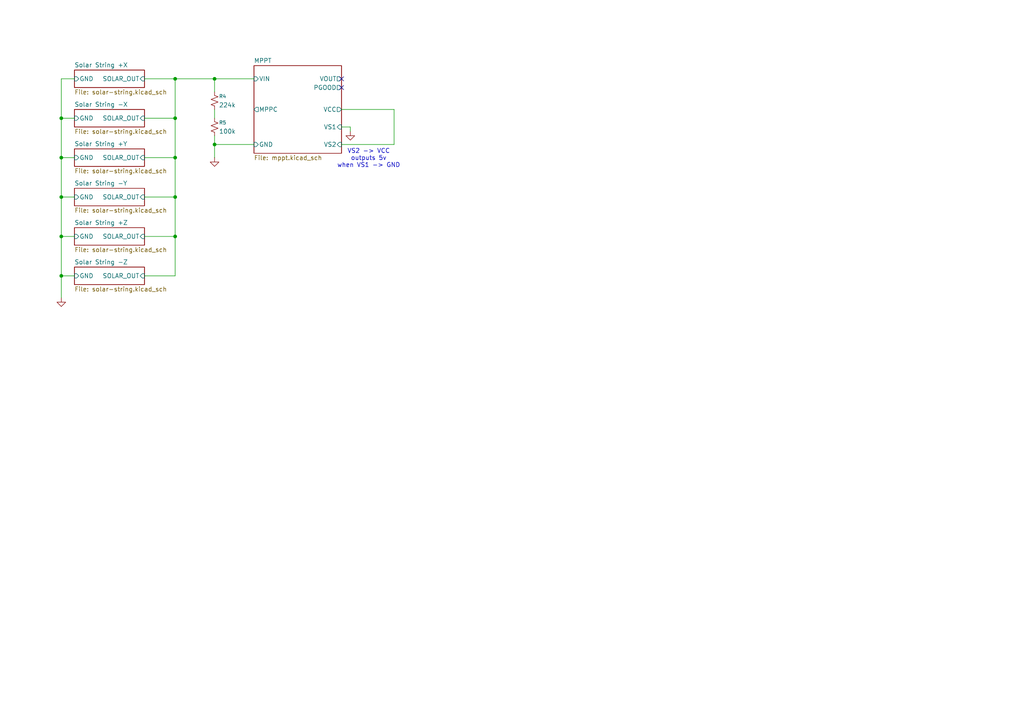
<source format=kicad_sch>
(kicad_sch (version 20250114) (generator "eeschema") (generator_version "9.0")
  (paper "A4")
  (title_block (title "SCRT Cubesat EPS") (date "2025-08-22") (rev "1") (company "OSU"))
  (lib_symbols
    (symbol "Device:R_Small_US" (pin_numbers (hide yes)) (pin_names (offset 0.254) (hide yes))
      (property "Reference" "R" (at 0.762 0.508 0))
      (property "Value" "R_Small_US" (at 0.762 -1.016 0))
      (symbol "R_Small_US_1_1"
        (polyline (pts (xy 0 1.524) (xy 1.016 1.143) (xy 0 0.762) (xy -1.016 0.381) (xy 0 0)))
        (polyline (pts (xy 0 0) (xy 1.016 -0.381) (xy 0 -0.762) (xy -1.016 -1.143) (xy 0 -1.524)))
        (pin passive line (at 0 2.54 270) (length 1.016) (name "~") (number "1"))
        (pin passive line (at 0 -2.54 90) (length 1.016) (name "~") (number "2"))
      )
    )
    (symbol "power:GND" (power) (pin_numbers (hide yes)) (pin_names (offset 0) (hide yes))
      (property "Value" "GND" (at 0 -3.81 0))
      (symbol "GND_0_1"
        (polyline (pts (xy 0 0) (xy 0 -1.27) (xy 1.27 -1.27) (xy 0 -2.54) (xy -1.27 -1.27) (xy 0 -1.27)))
      )
      (symbol "GND_1_1"
        (pin power_in line (at 0 0 270) (length 0) (name "~") (number "1"))
      )
    )
  )
  (text "VS2 -> VCC\noutputs 5v\nwhen VS1 -> GND" (at 106.934 45.974 0) (effects (font (size 1.27 1.27))))
  (junction (at 17.78 45.72))
  (junction (at 50.8 68.58))
  (junction (at 50.8 45.72))
  (junction (at 17.78 68.58))
  (junction (at 50.8 22.86))
  (junction (at 17.78 34.29))
  (junction (at 17.78 80.01))
  (junction (at 62.23 41.91))
  (junction (at 50.8 34.29))
  (junction (at 50.8 57.15))
  (junction (at 17.78 57.15))
  (junction (at 62.23 22.86))
  (no_connect (at 99.06 25.4))
  (no_connect (at 99.06 22.86))
  (wire (pts (xy 41.91 68.58) (xy 50.8 68.58)))
  (wire (pts (xy 99.06 36.83) (xy 101.6 36.83)))
  (wire (pts (xy 114.3 31.75) (xy 99.06 31.75)))
  (wire (pts (xy 17.78 57.15) (xy 17.78 68.58)))
  (wire (pts (xy 17.78 34.29) (xy 21.59 34.29)))
  (wire (pts (xy 17.78 57.15) (xy 21.59 57.15)))
  (wire (pts (xy 17.78 68.58) (xy 21.59 68.58)))
  (wire (pts (xy 17.78 80.01) (xy 21.59 80.01)))
  (wire (pts (xy 50.8 68.58) (xy 50.8 57.15)))
  (wire (pts (xy 17.78 80.01) (xy 17.78 86.36)))
  (wire (pts (xy 114.3 41.91) (xy 114.3 31.75)))
  (wire (pts (xy 17.78 22.86) (xy 17.78 34.29)))
  (wire (pts (xy 62.23 45.72) (xy 62.23 41.91)))
  (wire (pts (xy 41.91 57.15) (xy 50.8 57.15)))
  (wire (pts (xy 62.23 22.86) (xy 73.66 22.86)))
  (wire (pts (xy 41.91 22.86) (xy 50.8 22.86)))
  (wire (pts (xy 17.78 34.29) (xy 17.78 45.72)))
  (wire (pts (xy 50.8 22.86) (xy 62.23 22.86)))
  (wire (pts (xy 50.8 57.15) (xy 50.8 45.72)))
  (wire (pts (xy 21.59 22.86) (xy 17.78 22.86)))
  (wire (pts (xy 50.8 45.72) (xy 50.8 34.29)))
  (wire (pts (xy 17.78 45.72) (xy 21.59 45.72)))
  (wire (pts (xy 62.23 41.91) (xy 73.66 41.91)))
  (wire (pts (xy 50.8 34.29) (xy 50.8 22.86)))
  (wire (pts (xy 99.06 41.91) (xy 114.3 41.91)))
  (wire (pts (xy 101.6 36.83) (xy 101.6 38.1)))
  (wire (pts (xy 41.91 34.29) (xy 50.8 34.29)))
  (wire (pts (xy 62.23 31.75) (xy 62.23 34.29)))
  (wire (pts (xy 62.23 39.37) (xy 62.23 41.91)))
  (wire (pts (xy 41.91 45.72) (xy 50.8 45.72)))
  (wire (pts (xy 50.8 80.01) (xy 50.8 68.58)))
  (wire (pts (xy 41.91 80.01) (xy 50.8 80.01)))
  (wire (pts (xy 17.78 68.58) (xy 17.78 80.01)))
  (wire (pts (xy 62.23 22.86) (xy 62.23 26.67)))
  (wire (pts (xy 17.78 45.72) (xy 17.78 57.15)))
  (symbol (lib_id "power:GND") (at 17.78 86.36 0) (unit 1)
    (property "Reference" "#PWR01" (effects (hide yes)))
    (property "Value" "GND" (effects (hide yes)))
    (property "Description" "Power symbol creates a global label with name \"GND\" , ground" (effects (hide yes)))
  )
  (symbol (lib_id "Device:R_Small_US") (at 62.23 29.21 0) (unit 1)
    (property "Reference" "R4" (at 63.5 27.94 0) (effects (font (size 1.016 1.016)) (justify left)))
    (property "Value" "224k" (at 63.5 30.48 0) (effects (justify left)))
    (property "Description" "Resistor, small US symbol" (effects (hide yes)))
  )
  (symbol (lib_id "power:GND") (at 62.23 45.72 0) (unit 1)
    (property "Reference" "#PWR02" (effects (hide yes)))
    (property "Value" "GND" (effects (hide yes)))
    (property "Description" "Power symbol creates a global label with name \"GND\" , ground" (effects (hide yes)))
  )
  (symbol (lib_id "Device:R_Small_US") (at 62.23 36.83 0) (unit 1)
    (property "Reference" "R5" (at 63.5 35.56 0) (effects (font (size 1.016 1.016)) (justify left)))
    (property "Value" "100k" (at 63.5 38.1 0) (effects (justify left)))
    (property "Description" "Resistor, small US symbol" (effects (hide yes)))
  )
  (symbol (lib_id "power:GND") (at 101.6 38.1 0) (unit 1)
    (property "Reference" "#PWR03" (effects (hide yes)))
    (property "Value" "GND" (effects (hide yes)))
    (property "Description" "Power symbol creates a global label with name \"GND\" , ground" (effects (hide yes)))
  )
  (sheet (at 21.59 54.61) (size 20.32 5.08) (stroke (width 0.1524))
    (property "Sheetname" "Solar String -Y" (at 21.59 53.8984 0) (effects (justify left bottom)))
    (property "Sheetfile" "solar-string.kicad_sch" (at 21.59 60.2746 0) (effects (justify left top)))
    (pin "SOLAR_OUT" input (at 41.91 57.15 0))
    (pin "GND" input (at 21.59 57.15 180))
  )
  (sheet (at 21.59 31.75) (size 20.32 5.08) (stroke (width 0.1524))
    (property "Sheetname" "Solar String -X" (at 21.59 31.0384 0) (effects (justify left bottom)))
    (property "Sheetfile" "solar-string.kicad_sch" (at 21.59 37.4146 0) (effects (justify left top)))
    (pin "SOLAR_OUT" input (at 41.91 34.29 0))
    (pin "GND" input (at 21.59 34.29 180))
  )
  (sheet (at 21.59 77.47) (size 20.32 5.08) (stroke (width 0.1524))
    (property "Sheetname" "Solar String -Z" (at 21.59 76.7584 0) (effects (justify left bottom)))
    (property "Sheetfile" "solar-string.kicad_sch" (at 21.59 83.1346 0) (effects (justify left top)))
    (pin "SOLAR_OUT" input (at 41.91 80.01 0))
    (pin "GND" input (at 21.59 80.01 180))
  )
  (sheet (at 21.59 66.04) (size 20.32 5.08) (stroke (width 0.1524))
    (property "Sheetname" "Solar String +Z" (at 21.59 65.3284 0) (effects (justify left bottom)))
    (property "Sheetfile" "solar-string.kicad_sch" (at 21.59 71.7046 0) (effects (justify left top)))
    (pin "SOLAR_OUT" input (at 41.91 68.58 0))
    (pin "GND" input (at 21.59 68.58 180))
  )
  (sheet (at 21.59 20.32) (size 20.32 5.08) (stroke (width 0.1524))
    (property "Sheetname" "Solar String +X" (at 21.59 19.6084 0) (effects (justify left bottom)))
    (property "Sheetfile" "solar-string.kicad_sch" (at 21.59 25.9846 0) (effects (justify left top)))
    (pin "SOLAR_OUT" input (at 41.91 22.86 0))
    (pin "GND" input (at 21.59 22.86 180))
  )
  (sheet (at 21.59 43.18) (size 20.32 5.08) (stroke (width 0.1524))
    (property "Sheetname" "Solar String +Y" (at 21.59 42.4684 0) (effects (justify left bottom)))
    (property "Sheetfile" "solar-string.kicad_sch" (at 21.59 48.8446 0) (effects (justify left top)))
    (pin "SOLAR_OUT" input (at 41.91 45.72 0))
    (pin "GND" input (at 21.59 45.72 180))
  )
  (sheet (at 73.66 19.05) (size 25.4 25.4) (stroke (width 0.1524))
    (property "Sheetname" "MPPT" (at 73.66 18.3384 0) (effects (justify left bottom)))
    (property "Sheetfile" "mppt.kicad_sch" (at 73.66 45.0346 0) (effects (justify left top)))
    (pin "GND" input (at 73.66 41.91 180))
    (pin "MPPC" output (at 73.66 31.75 180))
    (pin "PGOOD" output (at 99.06 25.4 0))
    (pin "VCC" output (at 99.06 31.75 0))
    (pin "VIN" input (at 73.66 22.86 180))
    (pin "VOUT" output (at 99.06 22.86 0))
    (pin "VS1" input (at 99.06 36.83 0))
    (pin "VS2" input (at 99.06 41.91 0))
  )
)
</source>
